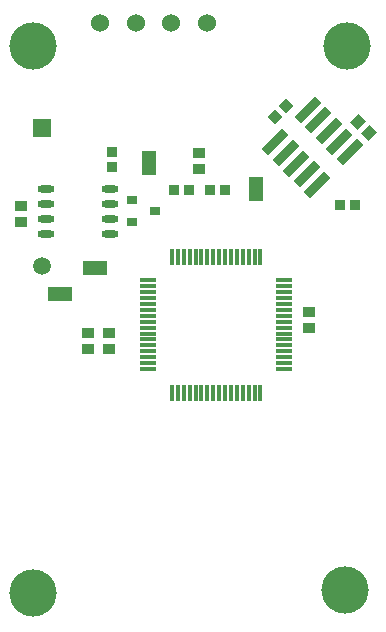
<source format=gbr>
%TF.GenerationSoftware,Altium Limited,Altium Designer,19.0.10 (269)*%
G04 Layer_Color=255*
%FSLAX26Y26*%
%MOIN*%
%TF.FileFunction,Pads,Top*%
%TF.Part,Single*%
G01*
G75*
%TA.AperFunction,SMDPad,CuDef*%
G04:AMPARAMS|DCode=10|XSize=37.402mil|YSize=33.465mil|CornerRadius=0mil|HoleSize=0mil|Usage=FLASHONLY|Rotation=135.000|XOffset=0mil|YOffset=0mil|HoleType=Round|Shape=Rectangle|*
%AMROTATEDRECTD10*
4,1,4,0.025055,-0.001392,0.001392,-0.025055,-0.025055,0.001392,-0.001392,0.025055,0.025055,-0.001392,0.0*
%
%ADD10ROTATEDRECTD10*%

%TA.AperFunction,ConnectorPad*%
G04:AMPARAMS|DCode=11|XSize=39.37mil|YSize=35.433mil|CornerRadius=0mil|HoleSize=0mil|Usage=FLASHONLY|Rotation=45.000|XOffset=0mil|YOffset=0mil|HoleType=Round|Shape=Rectangle|*
%AMROTATEDRECTD11*
4,1,4,-0.001392,-0.026447,-0.026447,-0.001392,0.001392,0.026447,0.026447,0.001392,-0.001392,-0.026447,0.0*
%
%ADD11ROTATEDRECTD11*%

%TA.AperFunction,SMDPad,CuDef*%
%ADD12R,0.033465X0.037402*%
%ADD13R,0.045276X0.080709*%
G04:AMPARAMS|DCode=14|XSize=29.921mil|YSize=94.488mil|CornerRadius=0mil|HoleSize=0mil|Usage=FLASHONLY|Rotation=135.000|XOffset=0mil|YOffset=0mil|HoleType=Round|Shape=Rectangle|*
%AMROTATEDRECTD14*
4,1,4,0.043985,0.022828,-0.022828,-0.043985,-0.043985,-0.022828,0.022828,0.043985,0.043985,0.022828,0.0*
%
%ADD14ROTATEDRECTD14*%

%ADD15R,0.039370X0.035433*%
%ADD16R,0.011811X0.053150*%
%ADD17R,0.053150X0.011811*%
%ADD18R,0.080709X0.045276*%
%ADD19R,0.035433X0.031496*%
%ADD20R,0.037402X0.033465*%
%ADD21O,0.057087X0.023622*%
%TA.AperFunction,ComponentPad*%
%ADD26C,0.060000*%
%ADD27R,0.059055X0.059055*%
%ADD28C,0.059055*%
%TA.AperFunction,ViaPad*%
%ADD29C,0.157480*%
D10*
X958083Y1748717D02*
D03*
X921892Y1712527D02*
D03*
D11*
X1197744Y1695957D02*
D03*
X1235327Y1658374D02*
D03*
D12*
X1188976Y1419370D02*
D03*
X1137795D02*
D03*
X703346Y1466417D02*
D03*
X754528D02*
D03*
X585069D02*
D03*
X636250D02*
D03*
D13*
X858268Y1472441D02*
D03*
X500000Y1559055D02*
D03*
D14*
X1171283Y1593811D02*
D03*
X1062712Y1485240D02*
D03*
X1135928Y1629167D02*
D03*
X1027356Y1520595D02*
D03*
X1100573Y1664522D02*
D03*
X992001Y1555950D02*
D03*
X1065217Y1699877D02*
D03*
X956646Y1591306D02*
D03*
X1029862Y1735233D02*
D03*
X921290Y1626661D02*
D03*
D15*
X669291Y1591585D02*
D03*
Y1538435D02*
D03*
X368378Y937992D02*
D03*
Y991142D02*
D03*
X297345Y937992D02*
D03*
Y991142D02*
D03*
X1035433Y1009124D02*
D03*
Y1062274D02*
D03*
X73937Y1414537D02*
D03*
Y1361388D02*
D03*
D16*
X577741Y1245344D02*
D03*
X597426D02*
D03*
X617111D02*
D03*
X636796D02*
D03*
X656481D02*
D03*
X676166D02*
D03*
X695851D02*
D03*
X715536D02*
D03*
X735221D02*
D03*
X754906D02*
D03*
X774591D02*
D03*
X794276D02*
D03*
X813961D02*
D03*
X833646D02*
D03*
X853331D02*
D03*
X873016D02*
D03*
Y792589D02*
D03*
X853331D02*
D03*
X833646D02*
D03*
X813961D02*
D03*
X794276D02*
D03*
X774591D02*
D03*
X754906D02*
D03*
X735221D02*
D03*
X715536D02*
D03*
X695851D02*
D03*
X676166D02*
D03*
X656481D02*
D03*
X636796D02*
D03*
X617111D02*
D03*
X597426D02*
D03*
X577741D02*
D03*
D17*
X951756Y1166604D02*
D03*
Y1146919D02*
D03*
Y1127234D02*
D03*
Y1107549D02*
D03*
Y1087864D02*
D03*
Y1068179D02*
D03*
Y1048494D02*
D03*
Y1028809D02*
D03*
Y1009124D02*
D03*
Y989439D02*
D03*
Y969754D02*
D03*
Y950069D02*
D03*
Y930384D02*
D03*
Y910699D02*
D03*
Y891014D02*
D03*
Y871329D02*
D03*
X499000D02*
D03*
Y891014D02*
D03*
Y910699D02*
D03*
Y930384D02*
D03*
Y950069D02*
D03*
Y969754D02*
D03*
Y989439D02*
D03*
Y1009124D02*
D03*
Y1028809D02*
D03*
Y1048494D02*
D03*
Y1068179D02*
D03*
Y1087864D02*
D03*
Y1107549D02*
D03*
Y1127234D02*
D03*
Y1146919D02*
D03*
Y1166604D02*
D03*
D18*
X322835Y1208661D02*
D03*
X204724Y1122047D02*
D03*
D19*
X443937Y1434341D02*
D03*
Y1359537D02*
D03*
X522677Y1396939D02*
D03*
D20*
X378937Y1543356D02*
D03*
Y1594537D02*
D03*
D21*
X157352Y1469537D02*
D03*
Y1419537D02*
D03*
Y1369537D02*
D03*
Y1319537D02*
D03*
X371919Y1469537D02*
D03*
Y1419537D02*
D03*
Y1369537D02*
D03*
Y1319537D02*
D03*
D26*
X693367Y2022961D02*
D03*
X575257D02*
D03*
X457147D02*
D03*
X339037D02*
D03*
D27*
X145581Y1674213D02*
D03*
D28*
Y1215551D02*
D03*
D29*
X1161417Y1948819D02*
D03*
X114173D02*
D03*
X1153543Y136134D02*
D03*
X114173Y123478D02*
D03*
%TF.MD5,a998fdf05a12dd92948c2ebe859dd1f2*%
M02*

</source>
